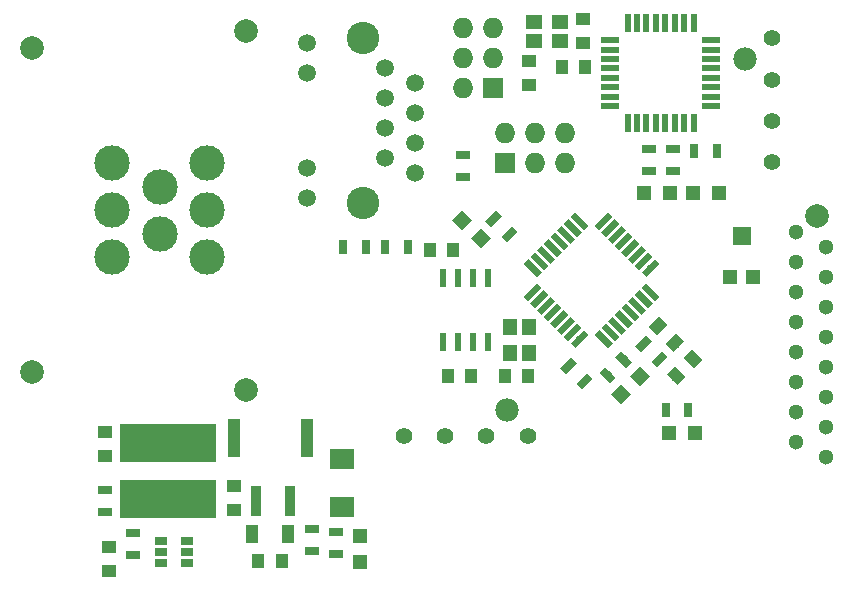
<source format=gbr>
G04 #@! TF.GenerationSoftware,KiCad,Pcbnew,5.0-dev-unknown-dd04bcb~61~ubuntu16.04.1*
G04 #@! TF.CreationDate,2018-03-09T20:16:21-05:00*
G04 #@! TF.ProjectId,etc.,6574632E2E6B696361645F7063620000,rev?*
G04 #@! TF.SameCoordinates,Original*
G04 #@! TF.FileFunction,Soldermask,Top*
G04 #@! TF.FilePolarity,Negative*
%FSLAX46Y46*%
G04 Gerber Fmt 4.6, Leading zero omitted, Abs format (unit mm)*
G04 Created by KiCad (PCBNEW 5.0-dev-unknown-dd04bcb~61~ubuntu16.04.1) date Fri Mar  9 20:16:21 2018*
%MOMM*%
%LPD*%
G01*
G04 APERTURE LIST*
%ADD10R,1.300000X0.700000*%
%ADD11R,1.250000X1.000000*%
%ADD12C,0.550000*%
%ADD13C,0.100000*%
%ADD14R,1.000000X1.250000*%
%ADD15R,0.700000X1.300000*%
%ADD16C,0.700000*%
%ADD17C,1.500000*%
%ADD18C,2.750000*%
%ADD19C,1.200000*%
%ADD20O,1.727200X1.727200*%
%ADD21R,1.727200X1.727200*%
%ADD22C,1.000000*%
%ADD23R,1.200000X1.200000*%
%ADD24R,2.159000X1.778000*%
%ADD25R,0.900000X2.500000*%
%ADD26C,1.300000*%
%ADD27C,2.000000*%
%ADD28C,1.397000*%
%ADD29C,1.981000*%
%ADD30R,8.200000X3.300000*%
%ADD31R,1.000000X3.200000*%
%ADD32R,0.550000X1.600000*%
%ADD33R,1.600000X0.550000*%
%ADD34R,0.600000X1.550000*%
%ADD35R,1.060000X0.650000*%
%ADD36R,1.200000X1.400000*%
%ADD37R,1.400000X1.200000*%
%ADD38C,3.000000*%
%ADD39R,1.600000X1.500000*%
%ADD40R,1.000000X1.600000*%
G04 APERTURE END LIST*
D10*
X103164529Y-73139503D03*
X103164529Y-75039503D03*
D11*
X100844833Y-64588823D03*
X100844833Y-66588823D03*
D12*
X143051834Y-46752400D03*
D13*
G36*
X142680603Y-47512540D02*
X142291694Y-47123631D01*
X143423065Y-45992260D01*
X143811974Y-46381169D01*
X142680603Y-47512540D01*
X142680603Y-47512540D01*
G37*
D12*
X143617519Y-47318086D03*
D13*
G36*
X143246288Y-48078226D02*
X142857379Y-47689317D01*
X143988750Y-46557946D01*
X144377659Y-46946855D01*
X143246288Y-48078226D01*
X143246288Y-48078226D01*
G37*
D12*
X144183205Y-47883771D03*
D13*
G36*
X143811974Y-48643911D02*
X143423065Y-48255002D01*
X144554436Y-47123631D01*
X144943345Y-47512540D01*
X143811974Y-48643911D01*
X143811974Y-48643911D01*
G37*
D12*
X144748890Y-48449456D03*
D13*
G36*
X144377659Y-49209596D02*
X143988750Y-48820687D01*
X145120121Y-47689316D01*
X145509030Y-48078225D01*
X144377659Y-49209596D01*
X144377659Y-49209596D01*
G37*
D12*
X145314576Y-49015142D03*
D13*
G36*
X144943345Y-49775282D02*
X144554436Y-49386373D01*
X145685807Y-48255002D01*
X146074716Y-48643911D01*
X144943345Y-49775282D01*
X144943345Y-49775282D01*
G37*
D12*
X145880261Y-49580827D03*
D13*
G36*
X145509030Y-50340967D02*
X145120121Y-49952058D01*
X146251492Y-48820687D01*
X146640401Y-49209596D01*
X145509030Y-50340967D01*
X145509030Y-50340967D01*
G37*
D12*
X146445946Y-50146513D03*
D13*
G36*
X146074715Y-50906653D02*
X145685806Y-50517744D01*
X146817177Y-49386373D01*
X147206086Y-49775282D01*
X146074715Y-50906653D01*
X146074715Y-50906653D01*
G37*
D12*
X147011632Y-50712198D03*
D13*
G36*
X146640401Y-51472338D02*
X146251492Y-51083429D01*
X147382863Y-49952058D01*
X147771772Y-50340967D01*
X146640401Y-51472338D01*
X146640401Y-51472338D01*
G37*
D12*
X147011632Y-52762808D03*
D13*
G36*
X146251492Y-52391577D02*
X146640401Y-52002668D01*
X147771772Y-53134039D01*
X147382863Y-53522948D01*
X146251492Y-52391577D01*
X146251492Y-52391577D01*
G37*
D12*
X146445946Y-53328493D03*
D13*
G36*
X145685806Y-52957262D02*
X146074715Y-52568353D01*
X147206086Y-53699724D01*
X146817177Y-54088633D01*
X145685806Y-52957262D01*
X145685806Y-52957262D01*
G37*
D12*
X145880261Y-53894179D03*
D13*
G36*
X145120121Y-53522948D02*
X145509030Y-53134039D01*
X146640401Y-54265410D01*
X146251492Y-54654319D01*
X145120121Y-53522948D01*
X145120121Y-53522948D01*
G37*
D12*
X145314576Y-54459864D03*
D13*
G36*
X144554436Y-54088633D02*
X144943345Y-53699724D01*
X146074716Y-54831095D01*
X145685807Y-55220004D01*
X144554436Y-54088633D01*
X144554436Y-54088633D01*
G37*
D12*
X144748890Y-55025550D03*
D13*
G36*
X143988750Y-54654319D02*
X144377659Y-54265410D01*
X145509030Y-55396781D01*
X145120121Y-55785690D01*
X143988750Y-54654319D01*
X143988750Y-54654319D01*
G37*
D12*
X144183205Y-55591235D03*
D13*
G36*
X143423065Y-55220004D02*
X143811974Y-54831095D01*
X144943345Y-55962466D01*
X144554436Y-56351375D01*
X143423065Y-55220004D01*
X143423065Y-55220004D01*
G37*
D12*
X143617519Y-56156920D03*
D13*
G36*
X142857379Y-55785689D02*
X143246288Y-55396780D01*
X144377659Y-56528151D01*
X143988750Y-56917060D01*
X142857379Y-55785689D01*
X142857379Y-55785689D01*
G37*
D12*
X143051834Y-56722606D03*
D13*
G36*
X142291694Y-56351375D02*
X142680603Y-55962466D01*
X143811974Y-57093837D01*
X143423065Y-57482746D01*
X142291694Y-56351375D01*
X142291694Y-56351375D01*
G37*
D12*
X141001224Y-56722606D03*
D13*
G36*
X140629993Y-57482746D02*
X140241084Y-57093837D01*
X141372455Y-55962466D01*
X141761364Y-56351375D01*
X140629993Y-57482746D01*
X140629993Y-57482746D01*
G37*
D12*
X140435539Y-56156920D03*
D13*
G36*
X140064308Y-56917060D02*
X139675399Y-56528151D01*
X140806770Y-55396780D01*
X141195679Y-55785689D01*
X140064308Y-56917060D01*
X140064308Y-56917060D01*
G37*
D12*
X139869853Y-55591235D03*
D13*
G36*
X139498622Y-56351375D02*
X139109713Y-55962466D01*
X140241084Y-54831095D01*
X140629993Y-55220004D01*
X139498622Y-56351375D01*
X139498622Y-56351375D01*
G37*
D12*
X139304168Y-55025550D03*
D13*
G36*
X138932937Y-55785690D02*
X138544028Y-55396781D01*
X139675399Y-54265410D01*
X140064308Y-54654319D01*
X138932937Y-55785690D01*
X138932937Y-55785690D01*
G37*
D12*
X138738482Y-54459864D03*
D13*
G36*
X138367251Y-55220004D02*
X137978342Y-54831095D01*
X139109713Y-53699724D01*
X139498622Y-54088633D01*
X138367251Y-55220004D01*
X138367251Y-55220004D01*
G37*
D12*
X138172797Y-53894179D03*
D13*
G36*
X137801566Y-54654319D02*
X137412657Y-54265410D01*
X138544028Y-53134039D01*
X138932937Y-53522948D01*
X137801566Y-54654319D01*
X137801566Y-54654319D01*
G37*
D12*
X137607112Y-53328493D03*
D13*
G36*
X137235881Y-54088633D02*
X136846972Y-53699724D01*
X137978343Y-52568353D01*
X138367252Y-52957262D01*
X137235881Y-54088633D01*
X137235881Y-54088633D01*
G37*
D12*
X137041426Y-52762808D03*
D13*
G36*
X136670195Y-53522948D02*
X136281286Y-53134039D01*
X137412657Y-52002668D01*
X137801566Y-52391577D01*
X136670195Y-53522948D01*
X136670195Y-53522948D01*
G37*
D12*
X137041426Y-50712198D03*
D13*
G36*
X136281286Y-50340967D02*
X136670195Y-49952058D01*
X137801566Y-51083429D01*
X137412657Y-51472338D01*
X136281286Y-50340967D01*
X136281286Y-50340967D01*
G37*
D12*
X137607112Y-50146513D03*
D13*
G36*
X136846972Y-49775282D02*
X137235881Y-49386373D01*
X138367252Y-50517744D01*
X137978343Y-50906653D01*
X136846972Y-49775282D01*
X136846972Y-49775282D01*
G37*
D12*
X138172797Y-49580827D03*
D13*
G36*
X137412657Y-49209596D02*
X137801566Y-48820687D01*
X138932937Y-49952058D01*
X138544028Y-50340967D01*
X137412657Y-49209596D01*
X137412657Y-49209596D01*
G37*
D12*
X138738482Y-49015142D03*
D13*
G36*
X137978342Y-48643911D02*
X138367251Y-48255002D01*
X139498622Y-49386373D01*
X139109713Y-49775282D01*
X137978342Y-48643911D01*
X137978342Y-48643911D01*
G37*
D12*
X139304168Y-48449456D03*
D13*
G36*
X138544028Y-48078225D02*
X138932937Y-47689316D01*
X140064308Y-48820687D01*
X139675399Y-49209596D01*
X138544028Y-48078225D01*
X138544028Y-48078225D01*
G37*
D12*
X139869853Y-47883771D03*
D13*
G36*
X139109713Y-47512540D02*
X139498622Y-47123631D01*
X140629993Y-48255002D01*
X140241084Y-48643911D01*
X139109713Y-47512540D01*
X139109713Y-47512540D01*
G37*
D12*
X140435539Y-47318086D03*
D13*
G36*
X139675399Y-46946855D02*
X140064308Y-46557946D01*
X141195679Y-47689317D01*
X140806770Y-48078226D01*
X139675399Y-46946855D01*
X139675399Y-46946855D01*
G37*
D12*
X141001224Y-46752400D03*
D13*
G36*
X140241084Y-46381169D02*
X140629993Y-45992260D01*
X141761364Y-47123631D01*
X141372455Y-47512540D01*
X140241084Y-46381169D01*
X140241084Y-46381169D01*
G37*
D14*
X128326529Y-49197503D03*
X130326529Y-49197503D03*
D15*
X124566530Y-48943503D03*
X126466528Y-48943503D03*
D16*
X144730280Y-58431752D03*
D13*
G36*
X144942412Y-59138859D02*
X144023173Y-58219620D01*
X144518148Y-57724645D01*
X145437387Y-58643884D01*
X144942412Y-59138859D01*
X144942412Y-59138859D01*
G37*
D16*
X143386778Y-59775254D03*
D13*
G36*
X143598910Y-60482361D02*
X142679671Y-59563122D01*
X143174646Y-59068147D01*
X144093885Y-59987386D01*
X143598910Y-60482361D01*
X143598910Y-60482361D01*
G37*
D17*
X117896529Y-31671503D03*
X117896529Y-34211503D03*
X117896529Y-44771503D03*
X117896529Y-42231503D03*
X124526529Y-33771503D03*
X124526529Y-36311503D03*
X124526529Y-38851503D03*
X124526529Y-41391503D03*
X127066529Y-35041503D03*
X127066529Y-37581503D03*
X127066529Y-40121503D03*
X127066529Y-42661503D03*
D18*
X122646529Y-31271503D03*
X122646529Y-45171503D03*
D19*
X131088712Y-46641686D03*
D13*
G36*
X131937240Y-46641686D02*
X131088712Y-47490214D01*
X130240184Y-46641686D01*
X131088712Y-45793158D01*
X131937240Y-46641686D01*
X131937240Y-46641686D01*
G37*
D19*
X132644346Y-48197320D03*
D13*
G36*
X133492874Y-48197320D02*
X132644346Y-49045848D01*
X131795818Y-48197320D01*
X132644346Y-47348792D01*
X133492874Y-48197320D01*
X133492874Y-48197320D01*
G37*
D20*
X131104529Y-30401503D03*
X133644529Y-30401503D03*
X131104529Y-32941503D03*
X133644529Y-32941503D03*
X131104529Y-35481503D03*
D21*
X133644529Y-35481503D03*
D11*
X141264529Y-31655503D03*
X141264529Y-29655503D03*
D22*
X150607636Y-58396396D03*
D13*
G36*
X150696024Y-59191891D02*
X149812141Y-58308008D01*
X150519248Y-57600901D01*
X151403131Y-58484784D01*
X150696024Y-59191891D01*
X150696024Y-59191891D01*
G37*
D22*
X149193422Y-59810610D03*
D13*
G36*
X149281810Y-60606105D02*
X148397927Y-59722222D01*
X149105034Y-59015115D01*
X149988917Y-59898998D01*
X149281810Y-60606105D01*
X149281810Y-60606105D01*
G37*
D22*
X147669422Y-55602396D03*
D13*
G36*
X146873927Y-55690784D02*
X147757810Y-54806901D01*
X148464917Y-55514008D01*
X147581034Y-56397891D01*
X146873927Y-55690784D01*
X146873927Y-55690784D01*
G37*
D22*
X149083636Y-57016610D03*
D13*
G36*
X148288141Y-57104998D02*
X149172024Y-56221115D01*
X149879131Y-56928222D01*
X148995248Y-57812105D01*
X148288141Y-57104998D01*
X148288141Y-57104998D01*
G37*
D14*
X134676529Y-59865503D03*
X136676529Y-59865503D03*
X139502529Y-33703503D03*
X141502529Y-33703503D03*
X131850529Y-59865503D03*
X129850529Y-59865503D03*
D11*
X136692529Y-33211503D03*
X136692529Y-35211503D03*
X101132529Y-74359503D03*
X101132529Y-76359503D03*
D14*
X115814833Y-75494823D03*
X113814833Y-75494823D03*
D11*
X111766833Y-69176823D03*
X111766833Y-71176823D03*
D19*
X144550712Y-61405320D03*
D13*
G36*
X144550712Y-62253848D02*
X143702184Y-61405320D01*
X144550712Y-60556792D01*
X145399240Y-61405320D01*
X144550712Y-62253848D01*
X144550712Y-62253848D01*
G37*
D19*
X146106346Y-59849686D03*
D13*
G36*
X146106346Y-60698214D02*
X145257818Y-59849686D01*
X146106346Y-59001158D01*
X146954874Y-59849686D01*
X146106346Y-60698214D01*
X146106346Y-60698214D01*
G37*
D23*
X152778529Y-44371503D03*
X150578529Y-44371503D03*
X148630529Y-44371503D03*
X146430529Y-44371503D03*
D24*
X120910833Y-66858823D03*
X120910833Y-70922823D03*
D23*
X148546529Y-64691503D03*
X150746529Y-64691503D03*
X122434833Y-73378823D03*
X122434833Y-75578823D03*
D25*
X116518833Y-70414823D03*
X113618833Y-70414823D03*
D26*
X159298529Y-52753503D03*
X159298529Y-50213503D03*
X159298529Y-47673503D03*
X159298529Y-55293503D03*
X161838529Y-48943503D03*
X161838529Y-51483503D03*
X161838529Y-54023503D03*
X161838529Y-56563503D03*
X159298529Y-57833503D03*
X161838529Y-59103503D03*
X159298529Y-60373503D03*
X161838529Y-61643503D03*
X159298529Y-62913503D03*
X161838529Y-64183503D03*
X159298529Y-65453503D03*
X161838529Y-66723503D03*
D27*
X161098529Y-46273503D03*
D28*
X126108529Y-64945503D03*
X129608529Y-64945503D03*
D29*
X134858529Y-62715503D03*
D28*
X136608529Y-64945503D03*
X133108529Y-64945503D03*
X157266529Y-34747503D03*
X157266529Y-31247503D03*
D29*
X155036529Y-32997503D03*
D28*
X157266529Y-38247503D03*
X157266529Y-41747503D03*
D30*
X106178833Y-70224823D03*
X106178833Y-65524823D03*
D21*
X134660529Y-41831503D03*
D20*
X134660529Y-39291503D03*
X137200529Y-41831503D03*
X137200529Y-39291503D03*
X139740529Y-41831503D03*
X139740529Y-39291503D03*
D16*
X146434778Y-57071503D03*
D13*
G36*
X147141885Y-56859371D02*
X146222646Y-57778610D01*
X145727671Y-57283635D01*
X146646910Y-56364396D01*
X147141885Y-56859371D01*
X147141885Y-56859371D01*
G37*
D16*
X147778280Y-58415005D03*
D13*
G36*
X148485387Y-58202873D02*
X147566148Y-59122112D01*
X147071173Y-58627137D01*
X147990412Y-57707898D01*
X148485387Y-58202873D01*
X148485387Y-58202873D01*
G37*
D15*
X152628529Y-40815503D03*
X150728529Y-40815503D03*
D16*
X140084778Y-58939752D03*
D13*
G36*
X139377671Y-59151884D02*
X140296910Y-58232645D01*
X140791885Y-58727620D01*
X139872646Y-59646859D01*
X139377671Y-59151884D01*
X139377671Y-59151884D01*
G37*
D16*
X141428280Y-60283254D03*
D13*
G36*
X140721173Y-60495386D02*
X141640412Y-59576147D01*
X142135387Y-60071122D01*
X141216148Y-60990361D01*
X140721173Y-60495386D01*
X140721173Y-60495386D01*
G37*
D16*
X133734778Y-46493752D03*
D13*
G36*
X133027671Y-46705884D02*
X133946910Y-45786645D01*
X134441885Y-46281620D01*
X133522646Y-47200859D01*
X133027671Y-46705884D01*
X133027671Y-46705884D01*
G37*
D16*
X135078280Y-47837254D03*
D13*
G36*
X134371173Y-48049386D02*
X135290412Y-47130147D01*
X135785387Y-47625122D01*
X134866148Y-48544361D01*
X134371173Y-48049386D01*
X134371173Y-48049386D01*
G37*
D10*
X131104529Y-41135503D03*
X131104529Y-43035503D03*
D15*
X122910528Y-48943503D03*
X121010530Y-48943503D03*
D10*
X148884529Y-40627504D03*
X148884529Y-42527502D03*
X146852529Y-40627503D03*
X146852529Y-42527503D03*
D31*
X117914833Y-65080823D03*
X111714833Y-65080823D03*
D15*
X150188574Y-62738447D03*
X148288574Y-62738447D03*
D10*
X118370833Y-72766823D03*
X118370833Y-74666823D03*
X100844833Y-69464823D03*
X100844833Y-71364823D03*
X120402833Y-74920823D03*
X120402833Y-73020823D03*
D32*
X150668529Y-29961503D03*
X149868529Y-29961503D03*
X149068529Y-29961503D03*
X148268529Y-29961503D03*
X147468529Y-29961503D03*
X146668529Y-29961503D03*
X145868529Y-29961503D03*
X145068529Y-29961503D03*
D33*
X143618529Y-31411503D03*
X143618529Y-32211503D03*
X143618529Y-33011503D03*
X143618529Y-33811503D03*
X143618529Y-34611503D03*
X143618529Y-35411503D03*
X143618529Y-36211503D03*
X143618529Y-37011503D03*
D32*
X145068529Y-38461503D03*
X145868529Y-38461503D03*
X146668529Y-38461503D03*
X147468529Y-38461503D03*
X148268529Y-38461503D03*
X149068529Y-38461503D03*
X149868529Y-38461503D03*
X150668529Y-38461503D03*
D33*
X152118529Y-37011503D03*
X152118529Y-36211503D03*
X152118529Y-35411503D03*
X152118529Y-34611503D03*
X152118529Y-33811503D03*
X152118529Y-33011503D03*
X152118529Y-32211503D03*
X152118529Y-31411503D03*
D34*
X133263529Y-51577503D03*
X131993529Y-51577503D03*
X130723529Y-51577503D03*
X129453529Y-51577503D03*
X129453529Y-56977503D03*
X130723529Y-56977503D03*
X131993529Y-56977503D03*
X133263529Y-56977503D03*
D35*
X107786833Y-75682823D03*
X107786833Y-74732823D03*
X107786833Y-73782823D03*
X105586833Y-73782823D03*
X105586833Y-75682823D03*
X105586833Y-74732823D03*
D36*
X136692529Y-57917503D03*
X136692529Y-55717503D03*
X135092529Y-55717503D03*
X135092529Y-57917503D03*
D37*
X137116529Y-29855503D03*
X139316529Y-29855503D03*
X139316529Y-31455503D03*
X137116529Y-31455503D03*
D27*
X112758529Y-30609503D03*
X112758529Y-61009503D03*
X94658529Y-32109503D03*
X94658529Y-59509503D03*
D38*
X109458529Y-45809503D03*
X109458529Y-41809503D03*
X105458529Y-43809503D03*
X101458529Y-41809503D03*
X101458529Y-45809503D03*
X109458529Y-49809503D03*
X105458529Y-47809503D03*
X101458529Y-49809503D03*
D23*
X155726529Y-51451503D03*
D39*
X154726529Y-48001503D03*
D23*
X153726529Y-51451503D03*
D40*
X113314833Y-73208823D03*
X116314833Y-73208823D03*
M02*

</source>
